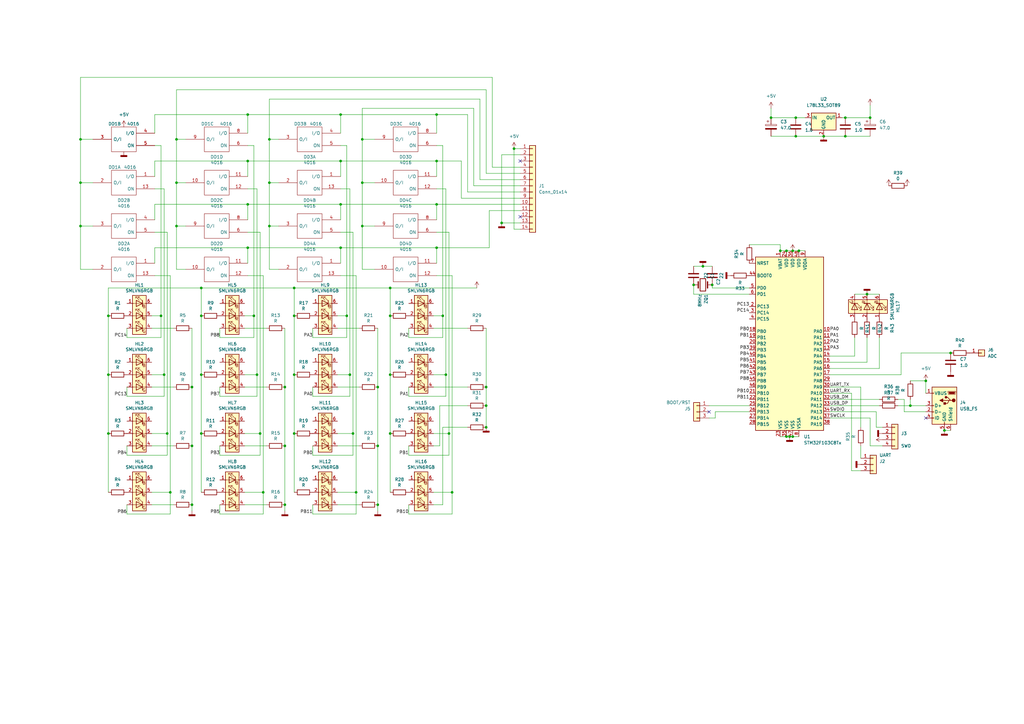
<source format=kicad_sch>
(kicad_sch (version 20211123) (generator eeschema)
  (paper "A3")
  (junction (at 33.02 57.15))
  (junction (at 101.6 66.04))
  (junction (at 148.59 57.15))
  (junction (at 116.84 182.88))
  (junction (at 323.85 179.07))
  (junction (at 322.58 179.07))
  (junction (at 379.73 156.21))
  (junction (at 120.65 177.8))
  (junction (at 139.7 66.04))
  (junction (at 82.55 177.8))
  (junction (at 120.65 129.54))
  (junction (at 78.74 158.75))
  (junction (at 185.42 201.93))
  (junction (at 322.58 102.87))
  (junction (at 105.41 153.67))
  (junction (at 110.49 57.15))
  (junction (at 101.6 46.99))
  (junction (at 210.82 60.96))
  (junction (at 139.7 101.6))
  (junction (at 78.74 182.88))
  (junction (at 179.07 66.04))
  (junction (at 139.7 46.99))
  (junction (at 72.39 74.93))
  (junction (at 179.07 83.82))
  (junction (at 82.55 118.11))
  (junction (at 199.39 175.26))
  (junction (at 144.78 177.8))
  (junction (at 292.1 116.84))
  (junction (at 116.84 207.01))
  (junction (at 181.61 129.54))
  (junction (at 320.04 102.87))
  (junction (at 33.02 74.93))
  (junction (at 143.51 153.67))
  (junction (at 154.94 207.01))
  (junction (at 72.39 57.15))
  (junction (at 337.82 55.88))
  (junction (at 346.71 48.26))
  (junction (at 139.7 83.82))
  (junction (at 148.59 92.71))
  (junction (at 160.02 177.8))
  (junction (at 78.74 207.01))
  (junction (at 82.55 153.67))
  (junction (at 179.07 46.99))
  (junction (at 44.45 153.67))
  (junction (at 68.58 177.8))
  (junction (at 326.39 48.26))
  (junction (at 110.49 92.71))
  (junction (at 160.02 118.11))
  (junction (at 116.84 158.75))
  (junction (at 69.85 201.93))
  (junction (at 316.23 48.26))
  (junction (at 199.39 166.37))
  (junction (at 326.39 55.88))
  (junction (at 142.24 129.54))
  (junction (at 325.12 179.07))
  (junction (at 154.94 158.75))
  (junction (at 146.05 201.93))
  (junction (at 120.65 153.67))
  (junction (at 284.48 116.84))
  (junction (at 82.55 129.54))
  (junction (at 355.6 120.65))
  (junction (at 66.04 129.54))
  (junction (at 67.31 153.67))
  (junction (at 33.02 92.71))
  (junction (at 148.59 74.93))
  (junction (at 182.88 153.67))
  (junction (at 356.87 48.26))
  (junction (at 387.35 176.53))
  (junction (at 346.71 55.88))
  (junction (at 101.6 101.6))
  (junction (at 325.12 102.87))
  (junction (at 106.68 177.8))
  (junction (at 205.74 91.44))
  (junction (at 44.45 129.54))
  (junction (at 101.6 83.82))
  (junction (at 179.07 101.6))
  (junction (at 104.14 129.54))
  (junction (at 160.02 129.54))
  (junction (at 160.02 153.67))
  (junction (at 389.89 144.78))
  (junction (at 44.45 177.8))
  (junction (at 72.39 92.71))
  (junction (at 120.65 118.11))
  (junction (at 327.66 102.87))
  (junction (at 373.38 166.37))
  (junction (at 107.95 201.93))
  (junction (at 184.15 177.8))
  (junction (at 110.49 74.93))
  (junction (at 199.39 158.75))
  (junction (at 154.94 182.88))
  (junction (at 288.29 109.22))
  (no_connect (at 379.73 171.45))
  (no_connect (at 213.36 66.04))
  (no_connect (at 290.83 168.91))
  (no_connect (at 213.36 88.9))
  (wire (pts (xy 307.34 120.65) (xy 284.48 120.65)))
  (wire (pts (xy 82.55 177.8) (xy 82.55 153.67)))
  (wire (pts (xy 210.82 60.96) (xy 210.82 93.98)))
  (wire (pts (xy 350.52 146.05) (xy 350.52 138.43)))
  (wire (pts (xy 139.7 90.17) (xy 139.7 83.82)))
  (wire (pts (xy 160.02 118.11) (xy 120.65 118.11)))
  (wire (pts (xy 72.39 74.93) (xy 72.39 57.15)))
  (wire (pts (xy 179.07 113.03) (xy 185.42 113.03)))
  (wire (pts (xy 76.2 92.71) (xy 72.39 92.71)))
  (wire (pts (xy 177.8 158.75) (xy 191.77 158.75)))
  (wire (pts (xy 72.39 110.49) (xy 72.39 92.71)))
  (wire (pts (xy 160.02 118.11) (xy 160.02 129.54)))
  (wire (pts (xy 167.64 158.75) (xy 167.64 162.56)))
  (wire (pts (xy 292.1 118.11) (xy 307.34 118.11)))
  (wire (pts (xy 139.7 46.99) (xy 179.07 46.99)))
  (wire (pts (xy 139.7 66.04) (xy 179.07 66.04)))
  (wire (pts (xy 52.07 162.56) (xy 67.31 162.56)))
  (wire (pts (xy 128.27 210.82) (xy 146.05 210.82)))
  (wire (pts (xy 191.77 78.74) (xy 191.77 46.99)))
  (wire (pts (xy 148.59 57.15) (xy 153.67 57.15)))
  (wire (pts (xy 128.27 186.69) (xy 144.78 186.69)))
  (wire (pts (xy 387.35 176.53) (xy 389.89 176.53)))
  (wire (pts (xy 288.29 109.22) (xy 292.1 109.22)))
  (wire (pts (xy 368.3 166.37) (xy 373.38 166.37)))
  (wire (pts (xy 205.74 63.5) (xy 205.74 91.44)))
  (wire (pts (xy 213.36 76.2) (xy 194.31 76.2)))
  (wire (pts (xy 148.59 44.45) (xy 194.31 44.45)))
  (wire (pts (xy 139.7 72.39) (xy 139.7 66.04)))
  (wire (pts (xy 120.65 118.11) (xy 82.55 118.11)))
  (wire (pts (xy 143.51 153.67) (xy 138.43 153.67)))
  (wire (pts (xy 78.74 134.62) (xy 78.74 158.75)))
  (wire (pts (xy 101.6 66.04) (xy 139.7 66.04)))
  (wire (pts (xy 63.5 59.69) (xy 66.04 59.69)))
  (wire (pts (xy 66.04 138.43) (xy 66.04 129.54)))
  (wire (pts (xy 90.17 138.43) (xy 104.14 138.43)))
  (wire (pts (xy 107.95 201.93) (xy 100.33 201.93)))
  (wire (pts (xy 69.85 210.82) (xy 69.85 201.93)))
  (wire (pts (xy 148.59 110.49) (xy 148.59 92.71)))
  (wire (pts (xy 213.36 68.58) (xy 201.93 68.58)))
  (wire (pts (xy 340.36 168.91) (xy 359.41 168.91)))
  (wire (pts (xy 139.7 77.47) (xy 143.51 77.47)))
  (wire (pts (xy 148.59 92.71) (xy 148.59 74.93)))
  (wire (pts (xy 116.84 207.01) (xy 116.84 209.55)))
  (wire (pts (xy 144.78 177.8) (xy 138.43 177.8)))
  (wire (pts (xy 128.27 207.01) (xy 128.27 210.82)))
  (wire (pts (xy 67.31 162.56) (xy 67.31 153.67)))
  (wire (pts (xy 114.3 110.49) (xy 110.49 110.49)))
  (wire (pts (xy 292.1 116.84) (xy 292.1 118.11)))
  (wire (pts (xy 101.6 54.61) (xy 101.6 46.99)))
  (wire (pts (xy 120.65 153.67) (xy 120.65 129.54)))
  (wire (pts (xy 71.12 158.75) (xy 62.23 158.75)))
  (wire (pts (xy 179.07 54.61) (xy 179.07 46.99)))
  (wire (pts (xy 199.39 71.12) (xy 199.39 36.83)))
  (wire (pts (xy 66.04 129.54) (xy 62.23 129.54)))
  (wire (pts (xy 106.68 95.25) (xy 106.68 177.8)))
  (wire (pts (xy 180.34 166.37) (xy 191.77 166.37)))
  (wire (pts (xy 177.8 182.88) (xy 180.34 182.88)))
  (wire (pts (xy 379.73 156.21) (xy 379.73 161.29)))
  (wire (pts (xy 146.05 201.93) (xy 146.05 210.82)))
  (wire (pts (xy 144.78 95.25) (xy 144.78 177.8)))
  (wire (pts (xy 370.84 163.83) (xy 370.84 168.91)))
  (wire (pts (xy 138.43 207.01) (xy 147.32 207.01)))
  (wire (pts (xy 325.12 179.07) (xy 327.66 179.07)))
  (wire (pts (xy 340.36 153.67) (xy 369.57 153.67)))
  (wire (pts (xy 340.36 148.59) (xy 355.6 148.59)))
  (wire (pts (xy 67.31 77.47) (xy 67.31 153.67)))
  (wire (pts (xy 307.34 168.91) (xy 293.37 168.91)))
  (wire (pts (xy 72.39 57.15) (xy 76.2 57.15)))
  (wire (pts (xy 63.5 113.03) (xy 69.85 113.03)))
  (wire (pts (xy 184.15 177.8) (xy 184.15 186.69)))
  (wire (pts (xy 71.12 207.01) (xy 62.23 207.01)))
  (wire (pts (xy 340.36 163.83) (xy 360.68 163.83)))
  (wire (pts (xy 154.94 207.01) (xy 154.94 182.88)))
  (wire (pts (xy 104.14 59.69) (xy 104.14 129.54)))
  (wire (pts (xy 284.48 120.65) (xy 284.48 116.84)))
  (wire (pts (xy 160.02 201.93) (xy 160.02 177.8)))
  (wire (pts (xy 284.48 109.22) (xy 288.29 109.22)))
  (wire (pts (xy 340.36 158.75) (xy 353.06 158.75)))
  (wire (pts (xy 90.17 134.62) (xy 90.17 138.43)))
  (wire (pts (xy 101.6 113.03) (xy 107.95 113.03)))
  (wire (pts (xy 353.06 182.88) (xy 353.06 187.96)))
  (wire (pts (xy 356.87 43.18) (xy 356.87 48.26)))
  (wire (pts (xy 194.31 76.2) (xy 194.31 44.45)))
  (wire (pts (xy 63.5 107.95) (xy 63.5 101.6)))
  (wire (pts (xy 33.02 31.75) (xy 33.02 57.15)))
  (wire (pts (xy 359.41 175.26) (xy 361.95 175.26)))
  (wire (pts (xy 138.43 134.62) (xy 147.32 134.62)))
  (wire (pts (xy 185.42 201.93) (xy 185.42 210.82)))
  (wire (pts (xy 63.5 101.6) (xy 101.6 101.6)))
  (wire (pts (xy 63.5 90.17) (xy 63.5 83.82)))
  (wire (pts (xy 63.5 72.39) (xy 63.5 66.04)))
  (wire (pts (xy 148.59 44.45) (xy 148.59 57.15)))
  (wire (pts (xy 69.85 201.93) (xy 62.23 201.93)))
  (wire (pts (xy 346.71 48.26) (xy 356.87 48.26)))
  (wire (pts (xy 101.6 77.47) (xy 105.41 77.47)))
  (wire (pts (xy 148.59 74.93) (xy 148.59 57.15)))
  (wire (pts (xy 340.36 166.37) (xy 360.68 166.37)))
  (wire (pts (xy 72.39 92.71) (xy 72.39 74.93)))
  (wire (pts (xy 185.42 201.93) (xy 185.42 113.03)))
  (wire (pts (xy 101.6 59.69) (xy 104.14 59.69)))
  (wire (pts (xy 181.61 129.54) (xy 181.61 138.43)))
  (wire (pts (xy 72.39 36.83) (xy 199.39 36.83)))
  (wire (pts (xy 101.6 95.25) (xy 106.68 95.25)))
  (wire (pts (xy 205.74 91.44) (xy 213.36 91.44)))
  (wire (pts (xy 120.65 177.8) (xy 120.65 153.67)))
  (wire (pts (xy 78.74 207.01) (xy 78.74 209.55)))
  (wire (pts (xy 104.14 138.43) (xy 104.14 129.54)))
  (wire (pts (xy 153.67 92.71) (xy 148.59 92.71)))
  (wire (pts (xy 139.7 54.61) (xy 139.7 46.99)))
  (wire (pts (xy 182.88 153.67) (xy 177.8 153.67)))
  (wire (pts (xy 116.84 134.62) (xy 116.84 158.75)))
  (wire (pts (xy 33.02 110.49) (xy 33.02 92.71)))
  (wire (pts (xy 138.43 158.75) (xy 147.32 158.75)))
  (wire (pts (xy 293.37 168.91) (xy 293.37 171.45)))
  (wire (pts (xy 167.64 134.62) (xy 167.64 138.43)))
  (wire (pts (xy 370.84 168.91) (xy 379.73 168.91)))
  (wire (pts (xy 52.07 158.75) (xy 52.07 162.56)))
  (wire (pts (xy 116.84 158.75) (xy 116.84 182.88)))
  (wire (pts (xy 146.05 201.93) (xy 138.43 201.93)))
  (wire (pts (xy 101.6 46.99) (xy 139.7 46.99)))
  (wire (pts (xy 199.39 158.75) (xy 199.39 134.62)))
  (wire (pts (xy 177.8 207.01) (xy 181.61 207.01)))
  (wire (pts (xy 67.31 153.67) (xy 62.23 153.67)))
  (wire (pts (xy 101.6 107.95) (xy 101.6 101.6)))
  (wire (pts (xy 142.24 129.54) (xy 138.43 129.54)))
  (wire (pts (xy 105.41 162.56) (xy 105.41 153.67)))
  (wire (pts (xy 181.61 175.26) (xy 181.61 207.01)))
  (wire (pts (xy 62.23 134.62) (xy 71.12 134.62)))
  (wire (pts (xy 201.93 68.58) (xy 201.93 31.75)))
  (wire (pts (xy 101.6 83.82) (xy 139.7 83.82)))
  (wire (pts (xy 107.95 201.93) (xy 107.95 210.82)))
  (wire (pts (xy 167.64 182.88) (xy 167.64 186.69)))
  (wire (pts (xy 184.15 95.25) (xy 184.15 177.8)))
  (wire (pts (xy 184.15 177.8) (xy 177.8 177.8)))
  (wire (pts (xy 179.07 95.25) (xy 184.15 95.25)))
  (wire (pts (xy 349.25 161.29) (xy 349.25 193.04)))
  (wire (pts (xy 90.17 210.82) (xy 107.95 210.82)))
  (wire (pts (xy 38.1 92.71) (xy 33.02 92.71)))
  (wire (pts (xy 160.02 118.11) (xy 195.58 118.11)))
  (wire (pts (xy 355.6 148.59) (xy 355.6 138.43)))
  (wire (pts (xy 33.02 92.71) (xy 33.02 74.93)))
  (wire (pts (xy 340.36 161.29) (xy 349.25 161.29)))
  (wire (pts (xy 139.7 107.95) (xy 139.7 101.6)))
  (wire (pts (xy 189.23 81.28) (xy 189.23 66.04)))
  (wire (pts (xy 199.39 175.26) (xy 199.39 166.37)))
  (wire (pts (xy 82.55 118.11) (xy 44.45 118.11)))
  (wire (pts (xy 326.39 55.88) (xy 337.82 55.88)))
  (wire (pts (xy 213.36 81.28) (xy 189.23 81.28)))
  (wire (pts (xy 320.04 179.07) (xy 322.58 179.07)))
  (wire (pts (xy 322.58 179.07) (xy 323.85 179.07)))
  (wire (pts (xy 340.36 171.45) (xy 356.87 171.45)))
  (wire (pts (xy 181.61 129.54) (xy 177.8 129.54)))
  (wire (pts (xy 44.45 201.93) (xy 44.45 177.8)))
  (wire (pts (xy 68.58 95.25) (xy 68.58 177.8)))
  (wire (pts (xy 154.94 209.55) (xy 154.94 207.01)))
  (wire (pts (xy 180.34 182.88) (xy 180.34 166.37)))
  (wire (pts (xy 200.66 86.36) (xy 200.66 101.6)))
  (wire (pts (xy 182.88 77.47) (xy 182.88 153.67)))
  (wire (pts (xy 359.41 168.91) (xy 359.41 175.26)))
  (wire (pts (xy 101.6 90.17) (xy 101.6 83.82)))
  (wire (pts (xy 325.12 102.87) (xy 327.66 102.87)))
  (wire (pts (xy 340.36 151.13) (xy 360.68 151.13)))
  (wire (pts (xy 139.7 59.69) (xy 142.24 59.69)))
  (wire (pts (xy 167.64 138.43) (xy 181.61 138.43)))
  (wire (pts (xy 213.36 78.74) (xy 191.77 78.74)))
  (wire (pts (xy 213.36 71.12) (xy 199.39 71.12)))
  (wire (pts (xy 78.74 158.75) (xy 78.74 182.88)))
  (wire (pts (xy 69.85 113.03) (xy 69.85 201.93)))
  (wire (pts (xy 100.33 158.75) (xy 109.22 158.75)))
  (wire (pts (xy 52.07 134.62) (xy 52.07 138.43)))
  (wire (pts (xy 33.02 31.75) (xy 201.93 31.75)))
  (wire (pts (xy 63.5 66.04) (xy 101.6 66.04)))
  (wire (pts (xy 63.5 95.25) (xy 68.58 95.25)))
  (wire (pts (xy 179.07 66.04) (xy 189.23 66.04)))
  (wire (pts (xy 373.38 163.83) (xy 373.38 166.37)))
  (wire (pts (xy 90.17 162.56) (xy 105.41 162.56)))
  (wire (pts (xy 38.1 74.93) (xy 33.02 74.93)))
  (wire (pts (xy 63.5 83.82) (xy 101.6 83.82)))
  (wire (pts (xy 179.07 59.69) (xy 181.61 59.69)))
  (wire (pts (xy 138.43 182.88) (xy 147.32 182.88)))
  (wire (pts (xy 105.41 77.47) (xy 105.41 153.67)))
  (wire (pts (xy 120.65 201.93) (xy 120.65 177.8)))
  (wire (pts (xy 139.7 95.25) (xy 144.78 95.25)))
  (wire (pts (xy 139.7 83.82) (xy 179.07 83.82)))
  (wire (pts (xy 72.39 36.83) (xy 72.39 57.15)))
  (wire (pts (xy 213.36 86.36) (xy 200.66 86.36)))
  (wire (pts (xy 179.07 101.6) (xy 200.66 101.6)))
  (wire (pts (xy 128.27 182.88) (xy 128.27 186.69)))
  (wire (pts (xy 179.07 46.99) (xy 191.77 46.99)))
  (wire (pts (xy 106.68 177.8) (xy 100.33 177.8)))
  (wire (pts (xy 110.49 110.49) (xy 110.49 92.71)))
  (wire (pts (xy 71.12 182.88) (xy 62.23 182.88)))
  (wire (pts (xy 326.39 48.26) (xy 330.2 48.26)))
  (wire (pts (xy 327.66 102.87) (xy 330.2 102.87)))
  (wire (pts (xy 167.64 207.01) (xy 167.64 210.82)))
  (wire (pts (xy 196.85 73.66) (xy 196.85 40.64)))
  (wire (pts (xy 350.52 120.65) (xy 355.6 120.65)))
  (wire (pts (xy 52.07 207.01) (xy 52.07 210.82)))
  (wire (pts (xy 181.61 175.26) (xy 191.77 175.26)))
  (wire (pts (xy 167.64 210.82) (xy 185.42 210.82)))
  (wire (pts (xy 38.1 110.49) (xy 33.02 110.49)))
  (wire (pts (xy 76.2 74.93) (xy 72.39 74.93)))
  (wire (pts (xy 76.2 110.49) (xy 72.39 110.49)))
  (wire (pts (xy 340.36 146.05) (xy 350.52 146.05)))
  (wire (pts (xy 177.8 134.62) (xy 191.77 134.62)))
  (wire (pts (xy 139.7 101.6) (xy 179.07 101.6)))
  (wire (pts (xy 154.94 158.75) (xy 154.94 134.62)))
  (wire (pts (xy 179.07 77.47) (xy 182.88 77.47)))
  (wire (pts (xy 63.5 77.47) (xy 67.31 77.47)))
  (wire (pts (xy 345.44 48.26) (xy 346.71 48.26)))
  (wire (pts (xy 63.5 46.99) (xy 101.6 46.99)))
  (wire (pts (xy 106.68 186.69) (xy 106.68 177.8)))
  (wire (pts (xy 146.05 201.93) (xy 146.05 113.03)))
  (wire (pts (xy 181.61 59.69) (xy 181.61 129.54)))
  (wire (pts (xy 82.55 153.67) (xy 82.55 129.54)))
  (wire (pts (xy 101.6 101.6) (xy 139.7 101.6)))
  (wire (pts (xy 128.27 134.62) (xy 128.27 138.43)))
  (wire (pts (xy 143.51 153.67) (xy 143.51 162.56)))
  (wire (pts (xy 369.57 144.78) (xy 389.89 144.78)))
  (wire (pts (xy 179.07 83.82) (xy 213.36 83.82)))
  (wire (pts (xy 316.23 55.88) (xy 326.39 55.88)))
  (wire (pts (xy 110.49 74.93) (xy 110.49 57.15)))
  (wire (pts (xy 128.27 162.56) (xy 143.51 162.56)))
  (wire (pts (xy 360.68 151.13) (xy 360.68 138.43)))
  (wire (pts (xy 104.14 129.54) (xy 100.33 129.54)))
  (wire (pts (xy 114.3 74.93) (xy 110.49 74.93)))
  (wire (pts (xy 128.27 138.43) (xy 142.24 138.43)))
  (wire (pts (xy 44.45 177.8) (xy 44.45 153.67)))
  (wire (pts (xy 160.02 153.67) (xy 160.02 129.54)))
  (wire (pts (xy 154.94 182.88) (xy 154.94 158.75)))
  (wire (pts (xy 82.55 118.11) (xy 82.55 129.54)))
  (wire (pts (xy 114.3 92.71) (xy 110.49 92.71)))
  (wire (pts (xy 356.87 182.88) (xy 361.95 182.88)))
  (wire (pts (xy 90.17 182.88) (xy 90.17 186.69)))
  (wire (pts (xy 368.3 163.83) (xy 370.84 163.83)))
  (wire (pts (xy 110.49 40.64) (xy 196.85 40.64)))
  (wire (pts (xy 101.6 72.39) (xy 101.6 66.04)))
  (wire (pts (xy 322.58 102.87) (xy 325.12 102.87)))
  (wire (pts (xy 167.64 186.69) (xy 184.15 186.69)))
  (wire (pts (xy 44.45 153.67) (xy 44.45 129.54)))
  (wire (pts (xy 323.85 179.07) (xy 325.12 179.07)))
  (wire (pts (xy 68.58 177.8) (xy 62.23 177.8)))
  (wire (pts (xy 44.45 118.11) (xy 44.45 129.54)))
  (wire (pts (xy 110.49 40.64) (xy 110.49 57.15)))
  (wire (pts (xy 290.83 166.37) (xy 307.34 166.37)))
  (wire (pts (xy 52.07 182.88) (xy 52.07 186.69)))
  (wire (pts (xy 369.57 153.67) (xy 369.57 144.78)))
  (wire (pts (xy 320.04 100.33) (xy 320.04 102.87)))
  (wire (pts (xy 337.82 55.88) (xy 346.71 55.88)))
  (wire (pts (xy 52.07 138.43) (xy 66.04 138.43)))
  (wire (pts (xy 199.39 166.37) (xy 199.39 158.75)))
  (wire (pts (xy 143.51 77.47) (xy 143.51 153.67)))
  (wire (pts (xy 153.67 74.93) (xy 148.59 74.93)))
  (wire (pts (xy 100.33 207.01) (xy 109.22 207.01)))
  (wire (pts (xy 128.27 158.75) (xy 128.27 162.56)))
  (wire (pts (xy 105.41 153.67) (xy 100.33 153.67)))
  (wire (pts (xy 356.87 171.45) (xy 356.87 182.88)))
  (wire (pts (xy 107.95 113.03) (xy 107.95 201.93)))
  (wire (pts (xy 160.02 177.8) (xy 160.02 153.67)))
  (wire (pts (xy 142.24 129.54) (xy 142.24 138.43)))
  (wire (pts (xy 373.38 166.37) (xy 379.73 166.37)))
  (wire (pts (xy 346.71 55.88) (xy 356.87 55.88)))
  (wire (pts (xy 110.49 92.71) (xy 110.49 74.93)))
  (wire (pts (xy 120.65 118.11) (xy 120.65 129.54)))
  (wire (pts (xy 320.04 102.87) (xy 322.58 102.87)))
  (wire (pts (xy 116.84 182.88) (xy 116.84 207.01)))
  (wire (pts (xy 353.06 158.75) (xy 353.06 175.26)))
  (wire (pts (xy 210.82 93.98) (xy 213.36 93.98)))
  (wire (pts (xy 82.55 201.93) (xy 82.55 177.8)))
  (wire (pts (xy 90.17 207.01) (xy 90.17 210.82)))
  (wire (pts (xy 213.36 73.66) (xy 196.85 73.66)))
  (wire (pts (xy 179.07 72.39) (xy 179.07 66.04)))
  (wire (pts (xy 153.67 110.49) (xy 148.59 110.49)))
  (wire (pts (xy 33.02 74.93) (xy 33.02 57.15)))
  (wire (pts (xy 66.04 59.69) (xy 66.04 129.54)))
  (wire (pts (xy 100.33 134.62) (xy 109.22 134.62)))
  (wire (pts (xy 213.36 63.5) (xy 205.74 63.5)))
  (wire (pts (xy 210.82 60.96) (xy 213.36 60.96)))
  (wire (pts (xy 293.37 171.45) (xy 290.83 171.45)))
  (wire (pts (xy 307.34 100.33) (xy 320.04 100.33)))
  (wire (pts (xy 146.05 113.03) (xy 139.7 113.03)))
  (wire (pts (xy 355.6 120.65) (xy 360.68 120.65)))
  (wire (pts (xy 144.78 177.8) (xy 144.78 186.69)))
  (wire (pts (xy 100.33 182.88) (xy 109.22 182.88)))
  (wire (pts (xy 373.38 156.21) (xy 379.73 156.21)))
  (wire (pts (xy 78.74 182.88) (xy 78.74 207.01)))
  (wire (pts (xy 90.17 158.75) (xy 90.17 162.56)))
  (wire (pts (xy 110.49 57.15) (xy 114.3 57.15)))
  (wire (pts (xy 179.07 107.95) (xy 179.07 101.6)))
  (wire (pts (xy 63.5 54.61) (xy 63.5 46.99)))
  (wire (pts (xy 316.23 44.45) (xy 316.23 48.26)))
  (wire (pts (xy 52.07 210.82) (xy 69.85 210.82)))
  (wire (pts (xy 90.17 186.69) (xy 106.68 186.69)))
  (wire (pts (xy 52.07 186.69) (xy 68.58 186.69)))
  (wire (pts (xy 38.1 57.15) (xy 33.02 57.15)))
  (wire (pts (xy 349.25 193.04) (xy 353.06 193.04)))
  (wire (pts (xy 182.88 153.67) (xy 182.88 162.56)))
  (wire (pts (xy 167.64 162.56) (xy 182.88 162.56)))
  (wire (pts (xy 179.07 90.17) (xy 179.07 83.82)))
  (wire (pts (xy 185.42 201.93) (xy 177.8 201.93)))
  (wire (pts (xy 142.24 59.69) (xy 142.24 129.54)))
  (wire (pts (xy 316.23 48.26) (xy 326.39 48.26)))
  (wire (pts (xy 68.58 186.69) (xy 68.58 177.8)))
  (label "PB0" (at 307.34 135.89 180))
  (label "PC14" (at 307.34 128.27 180))
  (label "PB7" (at 307.34 153.67 180))
  (label "USB_DP" (at 340.36 166.37 0))
  (label "PA3" (at 340.36 143.51 0))
  (label "UART_RX" (at 340.36 161.29 0))
  (label "PB5" (at 307.34 148.59 180))
  (label "PA2" (at 340.36 140.97 0))
  (label "PB10" (at 167.64 210.82 180))
  (label "SWCLK" (at 340.36 171.45 0))
  (label "PB4" (at 307.34 146.05 180))
  (label "PB7" (at 90.17 162.56 180))
  (label "PB3" (at 90.17 186.69 180))
  (label "PA1" (at 167.64 162.56 180))
  (label "PB11" (at 307.34 163.83 180))
  (label "PB1" (at 307.34 138.43 180))
  (label "PA0" (at 128.27 162.56 180))
  (label "PA2" (at 167.64 138.43 180))
  (label "UART_TX" (at 340.36 158.75 0))
  (label "PB1" (at 167.64 186.69 180))
  (label "PA3" (at 128.27 138.43 180))
  (label "USB_DM" (at 340.36 163.83 0))
  (label "PC13" (at 307.34 125.73 180))
  (label "PB5" (at 90.17 210.82 180))
  (label "PB0" (at 128.27 186.69 180))
  (label "PC14" (at 52.07 138.43 180))
  (label "PB8" (at 307.34 156.21 180))
  (label "PA1" (at 340.36 138.43 0))
  (label "PB8" (at 90.17 138.43 180))
  (label "PB6" (at 307.34 151.13 180))
  (label "PB4" (at 52.07 186.69 180))
  (label "PB6" (at 52.07 210.82 180))
  (label "PA0" (at 340.36 135.89 0))
  (label "PB11" (at 128.27 210.82 180))
  (label "PC13" (at 52.07 162.56 180))
  (label "SWDIO" (at 340.36 168.91 0))
  (label "PB3" (at 307.34 143.51 180))
  (label "PB10" (at 307.34 161.29 180))
  (symbol (lib_id "Device:R") (at 48.26 129.54 270) (unit 1)
    (property "Reference" "R1" (at 48.26 124.2822 90))
    (property "Value" "R" (at 48.26 126.5936 90))
    (property "Footprint" "Resistor_SMD:R_0805_2012Metric" (effects hide))
  )
  (symbol (lib_id "LED:SMLVN6RGB") (at 57.15 153.67 0) (unit 1)
    (property "Reference" "HL2" (at 57.15 141.0462 0))
    (property "Value" "SMLVN6RGB" (at 57.15 143.3576 0))
    (property "Footprint" "LED_SMD:LED_RGB_Cree-PLCC-6_6x5mm_P2.1mm" (effects hide))
    (property "Datasheet" "https://www.rohm.com/datasheet/SMLVN6RGB1U" (effects hide))
  )
  (symbol (lib_id "power:GNDD") (at 50.8 62.23 0) (unit 1)
    (property "Reference" "#PWR0106" (effects hide))
    (property "Value" "GNDD" (effects hide))
  )
  (symbol (lib_id "Device:R") (at 48.26 177.8 270) (unit 1)
    (property "Reference" "R3" (at 48.26 172.5422 90))
    (property "Value" "R" (at 48.26 174.8536 90))
    (property "Footprint" "Resistor_SMD:R_0805_2012Metric" (effects hide))
  )
  (symbol (lib_id "Device:Crystal") (at 288.29 116.84 0) (unit 1)
    (property "Reference" "ZQ1" (at 289.5601 120.65 90) (effects (justify right)))
    (property "Value" "8MHz" (at 287.0201 120.65 90) (effects (justify right)))
    (property "Footprint" "Crystal:Crystal_HC49-4H_Vertical" (effects hide))
  )
  (symbol (lib_id "Device:R") (at 151.13 134.62 270) (unit 1)
    (property "Reference" "R21" (at 151.13 129.3622 90))
    (property "Value" "R" (at 151.13 131.6736 90))
    (property "Footprint" "Resistor_SMD:R_0805_2012Metric" (effects hide))
  )
  (symbol (lib_id "4xxx_IEEE:4016") (at 166.37 110.49 0) (mirror y) (unit 4)
    (property "Reference" "DD4" (at 166.37 99.9236 0))
    (property "Value" "4016" (at 166.37 102.235 0))
    (property "Footprint" "Package_DIP:DIP-14_W7.62mm_LongPads" (effects hide))
  )
  (symbol (lib_id "power:GNDD") (at 299.72 113.03 270) (unit 1)
    (property "Reference" "#PWR0117" (effects hide))
    (property "Value" "GNDD" (effects hide))
  )
  (symbol (lib_id "Device:R") (at 113.03 207.01 270) (unit 1)
    (property "Reference" "R16" (at 113.03 201.7522 90))
    (property "Value" "R" (at 113.03 204.0636 90))
    (property "Footprint" "Resistor_SMD:R_0805_2012Metric" (effects hide))
  )
  (symbol (lib_id "LED:SMLVN6RGB") (at 133.35 177.8 0) (unit 1)
    (property "Reference" "HL11" (at 133.35 165.1762 0))
    (property "Value" "SMLVN6RGB" (at 133.35 167.4876 0))
    (property "Footprint" "LED_SMD:LED_RGB_Cree-PLCC-6_6x5mm_P2.1mm" (effects hide))
    (property "Datasheet" "https://www.rohm.com/datasheet/SMLVN6RGB1U" (effects hide))
  )
  (symbol (lib_id "Device:R") (at 373.38 160.02 0) (unit 1)
    (property "Reference" "R38" (at 368.1222 160.02 90))
    (property "Value" "R" (at 370.4336 160.02 90))
    (property "Footprint" "Resistor_SMD:R_0805_2012Metric" (effects hide))
  )
  (symbol (lib_id "Device:C") (at 292.1 113.03 0) (unit 1)
    (property "Reference" "C2" (at 294.64 115.57 90))
    (property "Value" "22" (at 295.91 113.03 90))
    (property "Footprint" "Capacitor_THT:C_Disc_D5.0mm_W2.5mm_P2.50mm" (effects hide))
  )
  (symbol (lib_id "4xxx_IEEE:4016") (at 166.37 74.93 0) (mirror y) (unit 4)
    (property "Reference" "DD3" (at 166.37 64.3636 0))
    (property "Value" "4016" (at 166.37 66.675 0))
    (property "Footprint" "Package_DIP:DIP-14_W7.62mm_LongPads" (effects hide))
  )
  (symbol (lib_id "Connector_Generic:Conn_01x03") (at 358.14 190.5 0) (unit 1)
    (property "Reference" "J2" (at 360.68 189.2299 0) (effects (justify left)))
    (property "Value" "UART" (at 360.68 186.69 0) (effects (justify left)))
    (property "Footprint" "Connector_PinHeader_2.54mm:PinHeader_1x03_P2.54mm_Horizontal" (effects hide))
  )
  (symbol (lib_id "4xxx_IEEE:4016") (at 88.9 74.93 0) (mirror y) (unit 4)
    (property "Reference" "DD1" (at 88.9 64.3636 0))
    (property "Value" "4016" (at 88.9 66.675 0))
    (property "Footprint" "Package_DIP:DIP-14_W7.62mm_LongPads" (effects hide))
  )
  (symbol (lib_id "power:GNDD") (at 323.85 179.07 0) (unit 1)
    (property "Reference" "#PWR0105" (effects hide))
    (property "Value" "GNDD" (effects hide))
  )
  (symbol (lib_id "power:VCC") (at 364.49 76.2 0) (unit 1)
    (property "Reference" "#PWR0123" (effects hide))
    (property "Value" "VCC" (effects hide))
  )
  (symbol (lib_id "Device:R") (at 163.83 153.67 270) (unit 1)
    (property "Reference" "R26" (at 163.83 148.4122 90))
    (property "Value" "R" (at 163.83 150.7236 90))
    (property "Footprint" "Resistor_SMD:R_0805_2012Metric" (effects hide))
  )
  (symbol (lib_id "Device:R") (at 195.58 158.75 270) (unit 1)
    (property "Reference" "R30" (at 195.58 153.4922 90))
    (property "Value" "R" (at 195.58 155.8036 90))
    (property "Footprint" "Resistor_SMD:R_0805_2012Metric" (effects hide))
  )
  (symbol (lib_id "power:+5V") (at 210.82 60.96 0) (unit 1)
    (property "Reference" "#PWR0112" (effects hide))
    (property "Value" "+5V" (at 210.82 55.88 0))
  )
  (symbol (lib_id "LED:SMLVN6RGB") (at 133.35 153.67 0) (unit 1)
    (property "Reference" "HL10" (at 133.35 141.0462 0))
    (property "Value" "SMLVN6RGB" (at 133.35 143.3576 0))
    (property "Footprint" "LED_SMD:LED_RGB_Cree-PLCC-6_6x5mm_P2.1mm" (effects hide))
    (property "Datasheet" "https://www.rohm.com/datasheet/SMLVN6RGB1U" (effects hide))
  )
  (symbol (lib_id "4xxx_IEEE:4016") (at 50.8 92.71 0) (mirror y) (unit 2)
    (property "Reference" "DD2" (at 50.8 82.1436 0))
    (property "Value" "4016" (at 50.8 84.455 0))
    (property "Footprint" "Package_DIP:DIP-14_W7.62mm_LongPads" (effects hide))
  )
  (symbol (lib_id "power:GNDD") (at 199.39 175.26 0) (unit 1)
    (property "Reference" "#PWR0110" (effects hide))
    (property "Value" "GNDD" (effects hide))
  )
  (symbol (lib_id "4xxx_IEEE:4016") (at 127 57.15 0) (mirror y) (unit 2)
    (property "Reference" "DD3" (at 123.19 50.8 0))
    (property "Value" "4016" (at 129.54 50.8 0))
    (property "Footprint" "Package_DIP:DIP-14_W7.62mm_LongPads" (effects hide))
  )
  (symbol (lib_id "Device:R") (at 48.26 153.67 270) (unit 1)
    (property "Reference" "R2" (at 48.26 148.4122 90))
    (property "Value" "R" (at 48.26 150.7236 90))
    (property "Footprint" "Resistor_SMD:R_0805_2012Metric" (effects hide))
  )
  (symbol (lib_id "power:GNDD") (at 78.74 209.55 0) (unit 1)
    (property "Reference" "#PWR0103" (effects hide))
    (property "Value" "GNDD" (effects hide))
  )
  (symbol (lib_id "LED:SMLVN6RGB") (at 172.72 129.54 0) (unit 1)
    (property "Reference" "HL13" (at 172.72 116.9162 0))
    (property "Value" "SMLVN6RGB" (at 172.72 119.2276 0))
    (property "Footprint" "LED_SMD:LED_RGB_Cree-PLCC-6_6x5mm_P2.1mm" (effects hide))
    (property "Datasheet" "https://www.rohm.com/datasheet/SMLVN6RGB1U" (effects hide))
  )
  (symbol (lib_id "4xxx_IEEE:4016") (at 88.9 92.71 0) (mirror y) (unit 3)
    (property "Reference" "DD2" (at 88.9 82.1436 0))
    (property "Value" "4016" (at 88.9 84.455 0))
    (property "Footprint" "Package_DIP:DIP-14_W7.62mm_LongPads" (effects hide))
  )
  (symbol (lib_id "Device:R") (at 195.58 134.62 270) (unit 1)
    (property "Reference" "R29" (at 195.58 129.3622 90))
    (property "Value" "R" (at 195.58 131.6736 90))
    (property "Footprint" "Resistor_SMD:R_0805_2012Metric" (effects hide))
  )
  (symbol (lib_id "power:VCC") (at 372.11 76.2 0) (unit 1)
    (property "Reference" "#PWR0122" (effects hide))
    (property "Value" "VCC" (effects hide))
  )
  (symbol (lib_id "Device:R") (at 364.49 163.83 270) (unit 1)
    (property "Reference" "R36" (at 364.49 158.5722 90))
    (property "Value" "R" (at 364.49 160.8836 90))
    (property "Footprint" "Resistor_SMD:R_0805_2012Metric" (effects hide))
  )
  (symbol (lib_id "Device:R") (at 364.49 166.37 270) (unit 1)
    (property "Reference" "R37" (at 364.49 161.1122 90))
    (property "Value" "R" (at 364.49 163.4236 90))
    (property "Footprint" "Resistor_SMD:R_0805_2012Metric" (effects hide))
  )
  (symbol (lib_id "power:GNDD") (at 361.95 177.8 270) (unit 1)
    (property "Reference" "#PWR0108" (effects hide))
    (property "Value" "GNDD" (effects hide))
  )
  (symbol (lib_id "Device:R") (at 151.13 207.01 270) (unit 1)
    (property "Reference" "R24" (at 151.13 201.7522 90))
    (property "Value" "R" (at 151.13 204.0636 90))
    (property "Footprint" "Resistor_SMD:R_0805_2012Metric" (effects hide))
  )
  (symbol (lib_id "LED:SMLVN6RGB") (at 172.72 201.93 0) (unit 1)
    (property "Reference" "HL16" (at 172.72 189.3062 0))
    (property "Value" "SMLVN6RGB" (at 172.72 191.6176 0))
    (property "Footprint" "LED_SMD:LED_RGB_Cree-PLCC-6_6x5mm_P2.1mm" (effects hide))
    (property "Datasheet" "https://www.rohm.com/datasheet/SMLVN6RGB1U" (effects hide))
  )
  (symbol (lib_id "Device:R") (at 151.13 158.75 270) (unit 1)
    (property "Reference" "R22" (at 151.13 153.4922 90))
    (property "Value" "R" (at 151.13 155.8036 90))
    (property "Footprint" "Resistor_SMD:R_0805_2012Metric" (effects hide))
  )
  (symbol (lib_id "Device:R") (at 350.52 134.62 180) (unit 1)
    (property "Reference" "R41" (at 355.7778 134.62 90))
    (property "Value" "R" (at 353.4664 134.62 90))
    (property "Footprint" "Resistor_SMD:R_0805_2012Metric" (effects hide))
  )
  (symbol (lib_id "4xxx_IEEE:4016") (at 50.8 74.93 0) (mirror y) (unit 1)
    (property "Reference" "DD1" (at 46.99 68.58 0))
    (property "Value" "4016" (at 53.34 68.58 0))
    (property "Footprint" "Package_DIP:DIP-14_W7.62mm_LongPads" (effects hide))
  )
  (symbol (lib_id "4xxx_IEEE:4016") (at 50.8 110.49 0) (mirror y) (unit 1)
    (property "Reference" "DD2" (at 50.8 99.9236 0))
    (property "Value" "4016" (at 50.8 102.235 0))
    (property "Footprint" "Package_DIP:DIP-14_W7.62mm_LongPads" (effects hide))
  )
  (symbol (lib_id "power:GNDD") (at 355.6 120.65 180) (unit 1)
    (property "Reference" "#PWR0125" (effects hide))
    (property "Value" "GNDD" (effects hide))
  )
  (symbol (lib_id "Device:C_Polarized") (at 316.23 52.07 0) (unit 1)
    (property "Reference" "C3" (at 320.04 49.9109 0) (effects (justify left)))
    (property "Value" "47.0" (at 320.04 52.4509 0) (effects (justify left)))
    (property "Footprint" "Capacitor_THT:CP_Radial_D6.3mm_P2.50mm" (effects hide))
  )
  (symbol (lib_id "power:VCC") (at 195.58 118.11 0) (unit 1)
    (property "Reference" "#PWR0104" (effects hide))
    (property "Value" "VCC" (effects hide))
  )
  (symbol (lib_id "LED:SMLVN6RGB") (at 57.15 129.54 0) (unit 1)
    (property "Reference" "HL1" (at 57.15 116.9162 0))
    (property "Value" "SMLVN6RGB" (at 57.15 119.2276 0))
    (property "Footprint" "LED_SMD:LED_RGB_Cree-PLCC-6_6x5mm_P2.1mm" (effects hide))
    (property "Datasheet" "https://www.rohm.com/datasheet/SMLVN6RGB1U" (effects hide))
  )
  (symbol (lib_id "Device:R") (at 124.46 129.54 270) (unit 1)
    (property "Reference" "R17" (at 124.46 124.2822 90))
    (property "Value" "R" (at 124.46 126.5936 90))
    (property "Footprint" "Resistor_SMD:R_0805_2012Metric" (effects hide))
  )
  (symbol (lib_id "Connector_Generic:Conn_01x04") (at 367.03 177.8 0) (unit 1)
    (property "Reference" "J3" (at 369.57 177.7999 0) (effects (justify left)))
    (property "Value" "SWD" (at 369.57 182.88 0) (effects (justify left)))
    (property "Footprint" "Connector_PinHeader_2.54mm:PinHeader_1x04_P2.54mm_Vertical" (effects hide))
  )
  (symbol (lib_id "LED:SMLVN6RGB") (at 95.25 129.54 0) (unit 1)
    (property "Reference" "HL5" (at 95.25 116.9162 0))
    (property "Value" "SMLVN6RGB" (at 95.25 119.2276 0))
    (property "Footprint" "LED_SMD:LED_RGB_Cree-PLCC-6_6x5mm_P2.1mm" (effects hide))
    (property "Datasheet" "https://www.rohm.com/datasheet/SMLVN6RGB1U" (effects hide))
  )
  (symbol (lib_id "Device:R") (at 113.03 182.88 270) (unit 1)
    (property "Reference" "R15" (at 113.03 177.6222 90))
    (property "Value" "R" (at 113.03 179.9336 90))
    (property "Footprint" "Resistor_SMD:R_0805_2012Metric" (effects hide))
  )
  (symbol (lib_id "4xxx_IEEE:4016") (at 127 110.49 0) (mirror y) (unit 1)
    (property "Reference" "DD4" (at 127 99.9236 0))
    (property "Value" "4016" (at 127 102.235 0))
    (property "Footprint" "Package_DIP:DIP-14_W7.62mm_LongPads" (effects hide))
  )
  (symbol (lib_id "power:GNDD") (at 337.82 55.88 0) (unit 1)
    (property "Reference" "#PWR0121" (effects hide))
    (property "Value" "GNDD" (effects hide))
  )
  (symbol (lib_id "LED:SMLVN6RGB") (at 95.25 153.67 0) (unit 1)
    (property "Reference" "HL6" (at 95.25 141.0462 0))
    (property "Value" "SMLVN6RGB" (at 95.25 143.3576 0))
    (property "Footprint" "LED_SMD:LED_RGB_Cree-PLCC-6_6x5mm_P2.1mm" (effects hide))
    (property "Datasheet" "https://www.rohm.com/datasheet/SMLVN6RGB1U" (effects hide))
  )
  (symbol (lib_id "Device:R") (at 124.46 177.8 270) (unit 1)
    (property "Reference" "R19" (at 124.46 172.5422 90))
    (property "Value" "R" (at 124.46 174.8536 90))
    (property "Footprint" "Resistor_SMD:R_0805_2012Metric" (effects hide))
  )
  (symbol (lib_id "Device:R") (at 74.93 207.01 270) (unit 1)
    (property "Reference" "R8" (at 74.93 201.7522 90))
    (property "Value" "R" (at 74.93 204.0636 90))
    (property "Footprint" "Resistor_SMD:R_0805_2012Metric" (effects hide))
  )
  (symbol (lib_id "Device:R") (at 86.36 177.8 270) (unit 1)
    (property "Reference" "R11" (at 86.36 172.5422 90))
    (property "Value" "R" (at 86.36 174.8536 90))
    (property "Footprint" "Resistor_SMD:R_0805_2012Metric" (effects hide))
  )
  (symbol (lib_id "Device:R") (at 195.58 166.37 270) (unit 1)
    (property "Reference" "R31" (at 195.58 161.1122 90))
    (property "Value" "R" (at 195.58 163.4236 90))
    (property "Footprint" "Resistor_SMD:R_0805_2012Metric" (effects hide))
  )
  (symbol (lib_id "Device:R") (at 86.36 153.67 270) (unit 1)
    (property "Reference" "R10" (at 86.36 148.4122 90))
    (property "Value" "R" (at 86.36 150.7236 90))
    (property "Footprint" "Resistor_SMD:R_0805_2012Metric" (effects hide))
  )
  (symbol (lib_id "Device:C") (at 389.89 148.59 0) (unit 1)
    (property "Reference" "C7" (at 393.7 147.3199 0) (effects (justify left)))
    (property "Value" "1.0" (at 393.7 149.8599 0) (effects (justify left)))
    (property "Footprint" "Capacitor_THT:C_Disc_D7.5mm_W2.5mm_P5.00mm" (effects hide))
  )
  (symbol (lib_id "Device:C") (at 284.48 113.03 0) (unit 1)
    (property "Reference" "C1" (at 292.1 113.03 90))
    (property "Value" "22" (at 289.56 113.03 90))
    (property "Footprint" "Capacitor_THT:C_Disc_D5.0mm_W2.5mm_P2.50mm" (effects hide))
  )
  (symbol (lib_id "Regulator_Linear:L78L33_SOT89") (at 337.82 48.26 0) (unit 1)
    (property "Reference" "U2" (at 337.82 40.64 0))
    (property "Value" "L78L33_SOT89" (at 337.82 43.18 0))
    (property "Footprint" "Package_TO_SOT_SMD:SOT-89-3" (effects hide))
    (property "Datasheet" "http://www.st.com/content/ccc/resource/technical/document/datasheet/15/55/e5/aa/23/5b/43/fd/CD00000446.pdf/files/CD00000446.pdf/jcr:content/translations/en.CD00000446.pdf" (effects hide))
  )
  (symbol (lib_id "4xxx_IEEE:4016") (at 166.37 57.15 0) (mirror y) (unit 3)
    (property "Reference" "DD3" (at 162.56 50.8 0))
    (property "Value" "4016" (at 170.18 50.8 0))
    (property "Footprint" "Package_DIP:DIP-14_W7.62mm_LongPads" (effects hide))
  )
  (symbol (lib_id "Device:R") (at 393.7 144.78 270) (unit 1)
    (property "Reference" "R40" (at 393.7 139.5222 90))
    (property "Value" "R" (at 393.7 141.8336 90))
    (property "Footprint" "Resistor_SMD:R_0805_2012Metric" (effects hide))
  )
  (symbol (lib_id "4xxx_IEEE:4016") (at 127 92.71 0) (mirror y) (unit 2)
    (property "Reference" "DD4" (at 127 82.1436 0))
    (property "Value" "4016" (at 127 84.455 0))
    (property "Footprint" "Package_DIP:DIP-14_W7.62mm_LongPads" (effects hide))
  )
  (symbol (lib_id "Device:R") (at 163.83 201.93 270) (unit 1)
    (property "Reference" "R28" (at 163.83 196.6722 90))
    (property "Value" "R" (at 163.83 198.9836 90))
    (property "Footprint" "Resistor_SMD:R_0805_2012Metric" (effects hide))
  )
  (symbol (lib_id "LED:SMLVN6RGB") (at 95.25 177.8 0) (unit 1)
    (property "Reference" "HL7" (at 95.25 165.1762 0))
    (property "Value" "SMLVN6RGB" (at 95.25 167.4876 0))
    (property "Footprint" "LED_SMD:LED_RGB_Cree-PLCC-6_6x5mm_P2.1mm" (effects hide))
    (property "Datasheet" "https://www.rohm.com/datasheet/SMLVN6RGB1U" (effects hide))
  )
  (symbol (lib_id "Device:R") (at 113.03 134.62 270) (unit 1)
    (property "Reference" "R13" (at 113.03 129.3622 90))
    (property "Value" "R" (at 113.03 131.6736 90))
    (property "Footprint" "Resistor_SMD:R_0805_2012Metric" (effects hide))
  )
  (symbol (lib_id "Device:R") (at 195.58 175.26 270) (unit 1)
    (property "Reference" "R32" (at 195.58 170.0022 90))
    (property "Value" "R" (at 195.58 172.3136 90))
    (property "Footprint" "Resistor_SMD:R_0805_2012Metric" (effects hide))
  )
  (symbol (lib_id "power:GNDD") (at 389.89 152.4 0) (unit 1)
    (property "Reference" "#PWR0124" (effects hide))
    (property "Value" "GNDD" (effects hide))
  )
  (symbol (lib_id "Device:R") (at 368.3 76.2 270) (unit 1)
    (property "Reference" "R39" (at 368.3 70.9422 90))
    (property "Value" "0" (at 368.3 73.2536 90))
    (property "Footprint" "Resistor_SMD:R_0805_2012Metric" (effects hide))
  )
  (symbol (lib_id "4xxx_IEEE:4016") (at 166.37 92.71 0) (mirror y) (unit 3)
    (property "Reference" "DD4" (at 166.37 82.1436 0))
    (property "Value" "4016" (at 166.37 84.455 0))
    (property "Footprint" "Package_DIP:DIP-14_W7.62mm_LongPads" (effects hide))
  )
  (symbol (lib_id "Device:R") (at 151.13 182.88 270) (unit 1)
    (property "Reference" "R23" (at 151.13 177.6222 90))
    (property "Value" "R" (at 151.13 179.9336 90))
    (property "Footprint" "Resistor_SMD:R_0805_2012Metric" (effects hide))
  )
  (symbol (lib_id "LED:SMLVN6RGB") (at 172.72 153.67 0) (unit 1)
    (property "Reference" "HL14" (at 172.72 141.0462 0))
    (property "Value" "SMLVN6RGB" (at 172.72 143.3576 0))
    (property "Footprint" "LED_SMD:LED_RGB_Cree-PLCC-6_6x5mm_P2.1mm" (effects hide))
    (property "Datasheet" "https://www.rohm.com/datasheet/SMLVN6RGB1U" (effects hide))
  )
  (symbol (lib_id "LED:SMLVN6RGB") (at 57.15 177.8 0) (unit 1)
    (property "Reference" "HL3" (at 57.15 165.1762 0))
    (property "Value" "SMLVN6RGB" (at 57.15 167.4876 0))
    (property "Footprint" "LED_SMD:LED_RGB_Cree-PLCC-6_6x5mm_P2.1mm" (effects hide))
    (property "Datasheet" "https://www.rohm.com/datasheet/SMLVN6RGB1U" (effects hide))
  )
  (symbol (lib_id "power:GNDD") (at 205.74 91.44 0) (unit 1)
    (property "Reference" "#PWR0111" (effects hide))
    (property "Value" "GNDD" (effects hide))
  )
  (symbol (lib_id "4xxx_IEEE:4016") (at 50.8 57.15 0) (mirror y) (unit 2)
    (property "Reference" "DD1" (at 46.99 50.8 0))
    (property "Value" "4016" (at 54.61 50.8 0))
    (property "Footprint" "Package_DIP:DIP-14_W7.62mm_LongPads" (effects hide))
  )
  (symbol (lib_id "power:VCC") (at 356.87 43.18 0) (unit 1)
    (property "Reference" "#PWR0119" (effects hide))
    (property "Value" "VCC" (effects hide))
  )
  (symbol (lib_id "LED:SMLVN6RGB") (at 133.35 201.93 0) (unit 1)
    (property "Reference" "HL12" (at 133.35 189.3062 0))
    (property "Value" "SMLVN6RGB" (at 133.35 191.6176 0))
    (property "Footprint" "LED_SMD:LED_RGB_Cree-PLCC-6_6x5mm_P2.1mm" (effects hide))
    (property "Datasheet" "https://www.rohm.com/datasheet/SMLVN6RGB1U" (effects hide))
  )
  (symbol (lib_id "Device:R") (at 307.34 104.14 0) (unit 1)
    (property "Reference" "R34" (at 302.0822 104.14 90))
    (property "Value" "R" (at 304.3936 104.14 90))
    (property "Footprint" "Resistor_SMD:R_0805_2012Metric" (effects hide))
  )
  (symbol (lib_id "Device:R") (at 355.6 134.62 180) (unit 1)
    (property "Reference" "R42" (at 360.8578 134.62 90))
    (property "Value" "R" (at 358.5464 134.62 90))
    (property "Footprint" "Resistor_SMD:R_0805_2012Metric" (effects hide))
  )
  (symbol (lib_id "4xxx_IEEE:4016") (at 88.9 57.15 0) (mirror y) (unit 3)
    (property "Reference" "DD1" (at 85.09 50.8 0))
    (property "Value" "4016" (at 92.71 50.8 0))
    (property "Footprint" "Package_DIP:DIP-14_W7.62mm_LongPads" (effects hide))
  )
  (symbol (lib_id "4xxx_IEEE:4016") (at 88.9 110.49 0) (mirror y) (unit 4)
    (property "Reference" "DD2" (at 88.9 99.9236 0))
    (property "Value" "4016" (at 88.9 102.235 0))
    (property "Footprint" "Package_DIP:DIP-14_W7.62mm_LongPads" (effects hide))
  )
  (symbol (lib_id "Device:C") (at 326.39 52.07 0) (unit 1)
    (property "Reference" "C4" (at 330.2 50.7999 0) (effects (justify left)))
    (property "Value" "1.0" (at 330.2 53.3399 0) (effects (justify left)))
    (property "Footprint" "Capacitor_THT:C_Disc_D7.5mm_W2.5mm_P5.00mm" (effects hide))
  )
  (symbol (lib_id "Device:R") (at 74.93 158.75 270) (unit 1)
    (property "Reference" "R6" (at 74.93 153.4922 90))
    (property "Value" "R" (at 74.93 155.8036 90))
    (property "Footprint" "Resistor_SMD:R_0805_2012Metric" (effects hide))
  )
  (symbol (lib_id "Device:R") (at 86.36 201.93 270) (unit 1)
    (property "Reference" "R12" (at 86.36 196.6722 90))
    (property "Value" "R" (at 86.36 198.9836 90))
    (property "Footprint" "Resistor_SMD:R_0805_2012Metric" (effects hide))
  )
  (symbol (lib_id "power:+5V") (at 50.8 52.07 0) (unit 1)
    (property "Reference" "#PWR0102" (effects hide))
    (property "Value" "+5V" (at 50.8 46.99 0))
  )
  (symbol (lib_id "power:GNDD") (at 154.94 209.55 0) (unit 1)
    (property "Reference" "#PWR0109" (effects hide))
    (property "Value" "GNDD" (effects hide))
  )
  (symbol (lib_id "Device:R") (at 303.53 113.03 90) (unit 1)
    (property "Reference" "R33" (at 303.53 118.2878 90))
    (property "Value" "R" (at 303.53 115.9764 90))
    (property "Footprint" "Resistor_SMD:R_0805_2012Metric" (effects hide))
  )
  (symbol (lib_id "Device:R") (at 353.06 179.07 0) (unit 1)
    (property "Reference" "R35" (at 347.8022 179.07 90))
    (property "Value" "R" (at 350.1136 179.07 90))
    (property "Footprint" "Resistor_SMD:R_0805_2012Metric" (effects hide))
  )
  (symbol (lib_id "Connector_Generic:Conn_01x14") (at 218.44 76.2 0) (unit 1)
    (property "Reference" "J1" (at 220.98 76.1999 0) (effects (justify left)))
    (property "Value" "Conn_01x14" (at 220.98 78.7399 0) (effects (justify left)))
    (property "Footprint" "Connector_PinSocket_2.54mm:PinSocket_1x14_P2.54mm_Horizontal" (effects hide))
  )
  (symbol (lib_id "power:GNDD") (at 353.06 190.5 270) (unit 1)
    (property "Reference" "#PWR0115" (effects hide))
    (property "Value" "GNDD" (effects hide))
  )
  (symbol (lib_id "Device:R") (at 113.03 158.75 270) (unit 1)
    (property "Reference" "R14" (at 113.03 153.4922 90))
    (property "Value" "R" (at 113.03 155.8036 90))
    (property "Footprint" "Resistor_SMD:R_0805_2012Metric" (effects hide))
  )
  (symbol (lib_id "Device:R") (at 48.26 201.93 270) (unit 1)
    (property "Reference" "R4" (at 48.26 196.6722 90))
    (property "Value" "R" (at 48.26 198.9836 90))
    (property "Footprint" "Resistor_SMD:R_0805_2012Metric" (effects hide))
  )
  (symbol (lib_id "LED:SMLVN6RGB") (at 133.35 129.54 0) (unit 1)
    (property "Reference" "HL9" (at 133.35 116.9162 0))
    (property "Value" "SMLVN6RGB" (at 133.35 119.2276 0))
    (property "Footprint" "LED_SMD:LED_RGB_Cree-PLCC-6_6x5mm_P2.1mm" (effects hide))
    (property "Datasheet" "https://www.rohm.com/datasheet/SMLVN6RGB1U" (effects hide))
  )
  (symbol (lib_id "power:+5V") (at 379.73 156.21 0) (unit 1)
    (property "Reference" "#PWR0114" (effects hide))
    (property "Value" "+5V" (at 379.73 151.13 0))
  )
  (symbol (lib_id "Device:R") (at 163.83 129.54 270) (unit 1)
    (property "Reference" "R25" (at 163.83 124.2822 90))
    (property "Value" "R" (at 163.83 126.5936 90))
    (property "Footprint" "Resistor_SMD:R_0805_2012Metric" (effects hide))
  )
  (symbol (lib_id "Connector_Generic:Conn_01x03") (at 285.75 168.91 0) (mirror y) (unit 1)
    (property "Reference" "J5" (at 283.21 167.6399 0) (effects (justify left)))
    (property "Value" "BOOT/RST" (at 283.21 165.1 0) (effects (justify left)))
    (property "Footprint" "Connector_PinHeader_2.54mm:PinHeader_1x03_P2.54mm_Horizontal" (effects hide))
  )
  (symbol (lib_id "Device:C") (at 346.71 52.07 0) (unit 1)
    (property "Reference" "C5" (at 350.52 50.7999 0) (effects (justify left)))
    (property "Value" "1.0" (at 350.52 53.3399 0) (effects (justify left)))
    (property "Footprint" "Capacitor_THT:C_Disc_D7.5mm_W2.5mm_P5.00mm" (effects hide))
  )
  (symbol (lib_id "LED:SMLVN6RGB") (at 172.72 177.8 0) (unit 1)
    (property "Reference" "HL15" (at 172.72 165.1762 0))
    (property "Value" "SMLVN6RGB" (at 172.72 167.4876 0))
    (property "Footprint" "LED_SMD:LED_RGB_Cree-PLCC-6_6x5mm_P2.1mm" (effects hide))
    (property "Datasheet" "https://www.rohm.com/datasheet/SMLVN6RGB1U" (effects hide))
  )
  (symbol (lib_id "LED:SMLVN6RGB") (at 57.15 201.93 0) (unit 1)
    (property "Reference" "HL4" (at 57.15 189.3062 0))
    (property "Value" "SMLVN6RGB" (at 57.15 191.6176 0))
    (property "Footprint" "LED_SMD:LED_RGB_Cree-PLCC-6_6x5mm_P2.1mm" (effects hide))
    (property "Datasheet" "https://www.rohm.com/datasheet/SMLVN6RGB1U" (effects hide))
  )
  (symbol (lib_id "Device:R") (at 86.36 129.54 270) (unit 1)
    (property "Reference" "R9" (at 86.36 124.2822 90))
    (property "Value" "R" (at 86.36 126.5936 90))
    (property "Footprint" "Resistor_SMD:R_0805_2012Metric" (effects hide))
  )
  (symbol (lib_id "LED:SMLVN6RGB") (at 355.6 125.73 270) (mirror x) (unit 1)
    (property "Reference" "HL17" (at 368.2238 125.73 0))
    (property "Value" "SMLVN6RGB" (at 365.9124 125.73 0))
    (property "Footprint" "LED_SMD:LED_RGB_Cree-PLCC-6_6x5mm_P2.1mm" (effects hide))
    (property "Datasheet" "https://www.rohm.com/datasheet/SMLVN6RGB1U" (effects hide))
  )
  (symbol (lib_id "power:VCC") (at 361.95 180.34 90) (unit 1)
    (property "Reference" "#PWR0107" (effects hide))
    (property "Value" "VCC" (effects hide))
  )
  (symbol (lib_id "Connector:USB_B_Mini") (at 387.35 166.37 0) (mirror y) (unit 1)
    (property "Reference" "J4" (at 393.7 165.0999 0) (effects (justify right)))
    (property "Value" "USB_FS" (at 393.7 167.6399 0) (effects (justify right)))
    (property "Footprint" "userlib:USB-mini" (effects hide))
  )
  (symbol (lib_id "Device:R") (at 124.46 153.67 270) (unit 1)
    (property "Reference" "R18" (at 124.46 148.4122 90))
    (property "Value" "R" (at 124.46 150.7236 90))
    (property "Footprint" "Resistor_SMD:R_0805_2012Metric" (effects hide))
  )
  (symbol (lib_id "Device:C_Polarized") (at 356.87 52.07 0) (unit 1)
    (property "Reference" "C6" (at 360.68 49.9109 0) (effects (justify left)))
    (property "Value" "47.0" (at 360.68 52.4509 0) (effects (justify left)))
    (property "Footprint" "Capacitor_THT:CP_Radial_D6.3mm_P2.50mm" (effects hide))
  )
  (symbol (lib_id "Device:R") (at 163.83 177.8 270) (unit 1)
    (property "Reference" "R27" (at 163.83 172.5422 90))
    (property "Value" "R" (at 163.83 174.8536 90))
    (property "Footprint" "Resistor_SMD:R_0805_2012Metric" (effects hide))
  )
  (symbol (lib_id "Device:R") (at 360.68 134.62 180) (unit 1)
    (property "Reference" "R43" (at 365.9378 134.62 90))
    (property "Value" "R" (at 363.6264 134.62 90))
    (property "Footprint" "Resistor_SMD:R_0805_2012Metric" (effects hide))
  )
  (symbol (lib_id "MCU_ST_STM32F1:STM32F103C8Tx") (at 325.12 140.97 0) (unit 1)
    (property "Reference" "U1" (at 329.6794 179.07 0) (effects (justify left)))
    (property "Value" "STM32F103C8Tx" (at 329.6794 181.61 0) (effects (justify left)))
    (property "Footprint" "Package_QFP:LQFP-48_7x7mm_P0.5mm" (effects hide))
    (property "Datasheet" "http://www.st.com/st-web-ui/static/active/en/resource/technical/document/datasheet/CD00161566.pdf" (effects hide))
  )
  (symbol (lib_id "power:GNDD") (at 116.84 209.55 0) (unit 1)
    (property "Reference" "#PWR0101" (effects hide))
    (property "Value" "GNDD" (effects hide))
  )
  (symbol (lib_id "power:GNDD") (at 288.29 109.22 180) (unit 1)
    (property "Reference" "#PWR0118" (effects hide))
    (property "Value" "GNDD" (effects hide))
  )
  (symbol (lib_id "power:+5V") (at 316.23 44.45 0) (unit 1)
    (property "Reference" "#PWR0120" (effects hide))
    (property "Value" "+5V" (at 316.23 39.37 0))
  )
  (symbol (lib_id "Connector_Generic:Conn_01x01") (at 402.59 144.78 0) (unit 1)
    (property "Reference" "J6" (at 405.13 143.5099 0) (effects (justify left)))
    (property "Value" "ADC" (at 405.13 146.0499 0) (effects (justify left)))
    (property "Footprint" "Connector_PinHeader_2.54mm:PinHeader_1x01_P2.54mm_Horizontal" (effects hide))
  )
  (symbol (lib_id "Device:R") (at 74.93 134.62 270) (unit 1)
    (property "Reference" "R5" (at 74.93 129.3622 90))
    (property "Value" "R" (at 74.93 131.6736 90))
    (property "Footprint" "Resistor_SMD:R_0805_2012Metric" (effects hide))
  )
  (symbol (lib_id "Device:R") (at 74.93 182.88 270) (unit 1)
    (property "Reference" "R7" (at 74.93 177.6222 90))
    (property "Value" "R" (at 74.93 179.9336 90))
    (property "Footprint" "Resistor_SMD:R_0805_2012Metric" (effects hide))
  )
  (symbol (lib_id "power:GNDD") (at 387.35 176.53 0) (unit 1)
    (property "Reference" "#PWR0113" (effects hide))
    (property "Value" "GNDD" (effects hide))
  )
  (symbol (lib_id "4xxx_IEEE:4016") (at 127 74.93 0) (mirror y) (unit 1)
    (property "Reference" "DD3" (at 127 64.3636 0))
    (property "Value" "4016" (at 127 66.675 0))
    (property "Footprint" "Package_DIP:DIP-14_W7.62mm_LongPads" (effects hide))
  )
  (symbol (lib_id "power:VCC") (at 325.12 102.87 0) (unit 1)
    (property "Reference" "#PWR0116" (effects hide))
    (property "Value" "VCC" (effects hide))
  )
  (symbol (lib_id "LED:SMLVN6RGB") (at 95.25 201.93 0) (unit 1)
    (property "Reference" "HL8" (at 95.25 189.3062 0))
    (property "Value" "SMLVN6RGB" (at 95.25 191.6176 0))
    (property "Footprint" "LED_SMD:LED_RGB_Cree-PLCC-6_6x5mm_P2.1mm" (effects hide))
    (property "Datasheet" "https://www.rohm.com/datasheet/SMLVN6RGB1U" (effects hide))
  )
  (symbol (lib_id "Device:R") (at 124.46 201.93 270) (unit 1)
    (property "Reference" "R20" (at 124.46 196.6722 90))
    (property "Value" "R" (at 124.46 198.9836 90))
    (property "Footprint" "Resistor_SMD:R_0805_2012Metric" (effects hide))
  )
)
</source>
